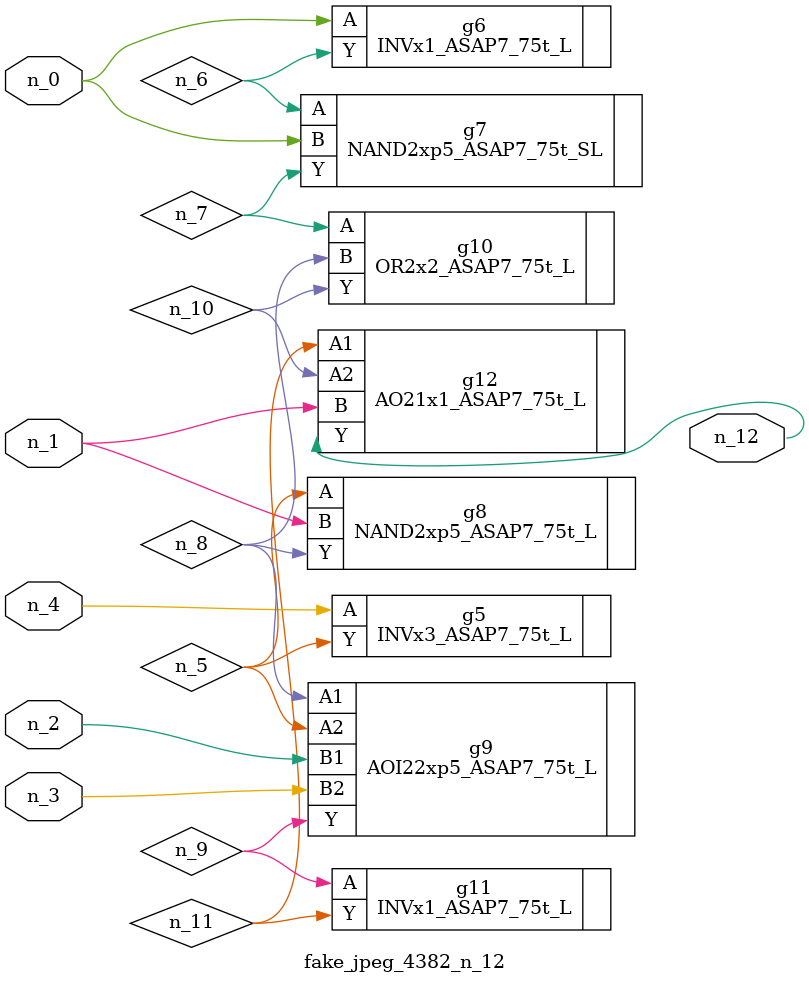
<source format=v>
module fake_jpeg_4382_n_12 (n_3, n_2, n_1, n_0, n_4, n_12);

input n_3;
input n_2;
input n_1;
input n_0;
input n_4;

output n_12;

wire n_11;
wire n_10;
wire n_8;
wire n_9;
wire n_6;
wire n_5;
wire n_7;

INVx3_ASAP7_75t_L g5 ( 
.A(n_4),
.Y(n_5)
);

INVx1_ASAP7_75t_L g6 ( 
.A(n_0),
.Y(n_6)
);

NAND2xp5_ASAP7_75t_SL g7 ( 
.A(n_6),
.B(n_0),
.Y(n_7)
);

OR2x2_ASAP7_75t_L g10 ( 
.A(n_7),
.B(n_8),
.Y(n_10)
);

NAND2xp5_ASAP7_75t_L g8 ( 
.A(n_5),
.B(n_1),
.Y(n_8)
);

AOI22xp5_ASAP7_75t_L g9 ( 
.A1(n_8),
.A2(n_5),
.B1(n_2),
.B2(n_3),
.Y(n_9)
);

INVx1_ASAP7_75t_L g11 ( 
.A(n_9),
.Y(n_11)
);

AO21x1_ASAP7_75t_L g12 ( 
.A1(n_11),
.A2(n_10),
.B(n_1),
.Y(n_12)
);


endmodule
</source>
